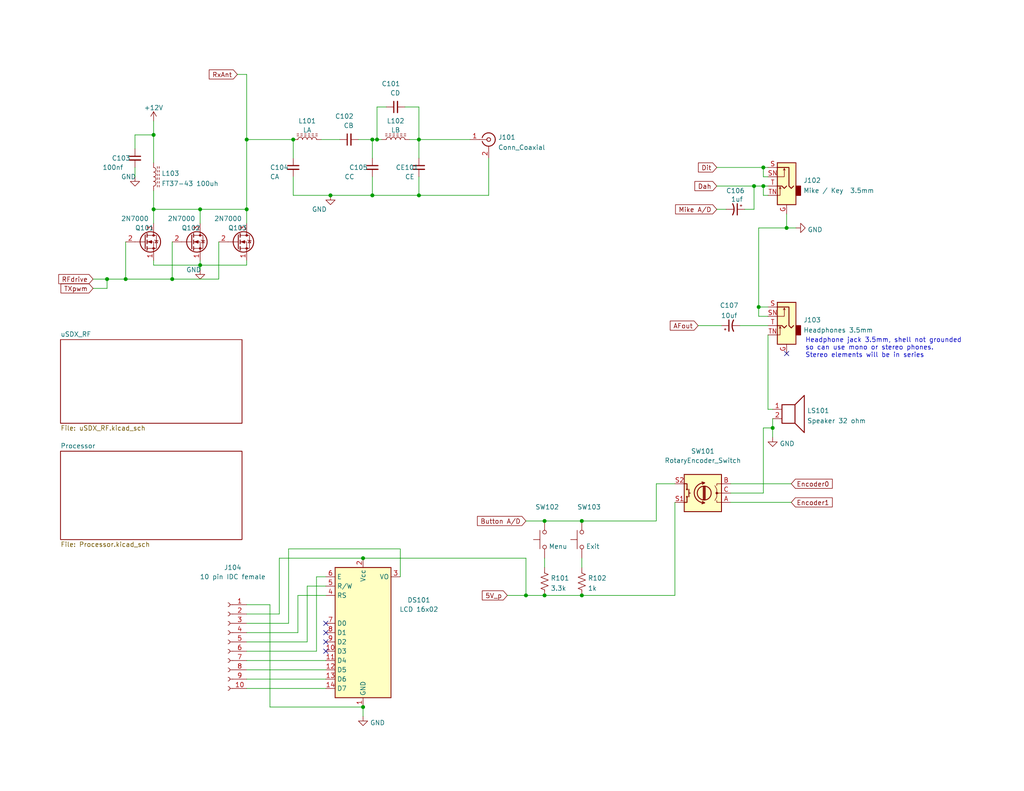
<source format=kicad_sch>
(kicad_sch (version 20211123) (generator eeschema)
  (paper "USLetter")
  (title_block (title "uSDX Transceiver ") (date "2022-01-18") (rev "0.1") (company "WA2MZE") (comment 5 "uSDX Microcontroller circuits"))
  (lib_symbols
    (symbol "Connector:AudioJack2_Ground_Switch"
      (property "Reference" "J" (at 0 11.43 0))
      (property "Value" "AudioJack2_Ground_Switch" (at 0 8.89 0))
      (symbol "AudioJack2_Ground_Switch_0_1"
        (rectangle (start -2.54 -2.54) (end -3.81 0) (stroke (width 0.254)) (fill (type outline)))
        (rectangle (start 2.54 6.35) (end -2.54 -5.08) (stroke (width 0.254)) (fill (type background)))
      )
      (symbol "AudioJack2_Ground_Switch_1_1"
        (polyline (pts (xy 0.635 4.826) (xy 0.889 4.318)))
        (polyline (pts (xy 1.778 -0.254) (xy 2.032 -0.762)))
        (polyline (pts (xy 0 0) (xy 0.635 -0.635) (xy 1.27 0) (xy 2.54 0)) (stroke (width 0.254)))
        (polyline (pts (xy 2.54 -2.54) (xy 1.778 -2.54) (xy 1.778 -0.254) (xy 1.524 -0.762)))
        (polyline (pts (xy 2.54 2.54) (xy 0.635 2.54) (xy 0.635 4.826) (xy 0.381 4.318)))
        (polyline (pts (xy 2.54 5.08) (xy -0.635 5.08) (xy -0.635 0) (xy -1.27 -0.635) (xy -1.905 0)) (stroke (width 0.254)))
        (pin passive line (at 0 -7.62 90) (length 2.54) (name "~") (number "G"))
        (pin passive line (at 5.08 5.08 180) (length 2.54) (name "~") (number "S"))
        (pin passive line (at 5.08 2.54 180) (length 2.54) (name "~") (number "SN"))
        (pin passive line (at 5.08 0 180) (length 2.54) (name "~") (number "T"))
        (pin passive line (at 5.08 -2.54 180) (length 2.54) (name "~") (number "TN"))
      )
    )
    (symbol "Connector:Conn_01x10_Female" (pin_names (offset 1.016) hide)
      (property "Reference" "J" (at 0 12.7 0))
      (property "Value" "Conn_01x10_Female" (at 0 -15.24 0))
      (symbol "Conn_01x10_Female_1_1"
        (arc (start 0 -12.192) (mid -0.508 -12.7) (end 0 -13.208) (stroke (width 0.1524)))
        (arc (start 0 -9.652) (mid -0.508 -10.16) (end 0 -10.668) (stroke (width 0.1524)))
        (arc (start 0 -7.112) (mid -0.508 -7.62) (end 0 -8.128) (stroke (width 0.1524)))
        (arc (start 0 -4.572) (mid -0.508 -5.08) (end 0 -5.588) (stroke (width 0.1524)))
        (arc (start 0 -2.032) (mid -0.508 -2.54) (end 0 -3.048) (stroke (width 0.1524)))
        (polyline (pts (xy -1.27 -12.7) (xy -0.508 -12.7)) (stroke (width 0.1524)))
        (polyline (pts (xy -1.27 -10.16) (xy -0.508 -10.16)) (stroke (width 0.1524)))
        (polyline (pts (xy -1.27 -7.62) (xy -0.508 -7.62)) (stroke (width 0.1524)))
        (polyline (pts (xy -1.27 -5.08) (xy -0.508 -5.08)) (stroke (width 0.1524)))
        (polyline (pts (xy -1.27 -2.54) (xy -0.508 -2.54)) (stroke (width 0.1524)))
        (polyline (pts (xy -1.27 0) (xy -0.508 0)) (stroke (width 0.1524)))
        (polyline (pts (xy -1.27 2.54) (xy -0.508 2.54)) (stroke (width 0.1524)))
        (polyline (pts (xy -1.27 5.08) (xy -0.508 5.08)) (stroke (width 0.1524)))
        (polyline (pts (xy -1.27 7.62) (xy -0.508 7.62)) (stroke (width 0.1524)))
        (polyline (pts (xy -1.27 10.16) (xy -0.508 10.16)) (stroke (width 0.1524)))
        (arc (start 0 0.508) (mid -0.508 0) (end 0 -0.508) (stroke (width 0.1524)))
        (arc (start 0 3.048) (mid -0.508 2.54) (end 0 2.032) (stroke (width 0.1524)))
        (arc (start 0 5.588) (mid -0.508 5.08) (end 0 4.572) (stroke (width 0.1524)))
        (arc (start 0 8.128) (mid -0.508 7.62) (end 0 7.112) (stroke (width 0.1524)))
        (arc (start 0 10.668) (mid -0.508 10.16) (end 0 9.652) (stroke (width 0.1524)))
        (pin passive line (at -5.08 10.16 0) (length 3.81) (name "Pin_1") (number "1"))
        (pin passive line (at -5.08 -12.7 0) (length 3.81) (name "Pin_10") (number "10"))
        (pin passive line (at -5.08 7.62 0) (length 3.81) (name "Pin_2") (number "2"))
        (pin passive line (at -5.08 5.08 0) (length 3.81) (name "Pin_3") (number "3"))
        (pin passive line (at -5.08 2.54 0) (length 3.81) (name "Pin_4") (number "4"))
        (pin passive line (at -5.08 0 0) (length 3.81) (name "Pin_5") (number "5"))
        (pin passive line (at -5.08 -2.54 0) (length 3.81) (name "Pin_6") (number "6"))
        (pin passive line (at -5.08 -5.08 0) (length 3.81) (name "Pin_7") (number "7"))
        (pin passive line (at -5.08 -7.62 0) (length 3.81) (name "Pin_8") (number "8"))
        (pin passive line (at -5.08 -10.16 0) (length 3.81) (name "Pin_9") (number "9"))
      )
    )
    (symbol "Connector:Conn_Coaxial" (pin_names (offset 1.016) hide)
      (property "Reference" "J" (at 0.254 3.048 0))
      (property "Value" "Conn_Coaxial" (at 2.921 0 90))
      (symbol "Conn_Coaxial_0_1"
        (arc (start -1.778 -0.508) (mid 0.222 -1.808) (end 1.778 0) (stroke (width 0.254)))
        (polyline (pts (xy -2.54 0) (xy -0.508 0)))
        (polyline (pts (xy 0 -2.54) (xy 0 -1.778)))
        (circle (center 0 0) (radius 0.508) (stroke (width 0.2032)))
        (arc (start 1.778 0) (mid 0.2221 1.8083) (end -1.778 0.508) (stroke (width 0.254)))
      )
      (symbol "Conn_Coaxial_1_1"
        (pin passive line (at -5.08 0 0) (length 2.54) (name "In") (number "1"))
        (pin passive line (at 0 -5.08 90) (length 2.54) (name "Ext") (number "2"))
      )
    )
    (symbol "Device:C_Polarized_Small_US" (pin_numbers hide) (pin_names (offset 0.254) hide)
      (property "Reference" "C" (at 0.254 1.778 0))
      (property "Value" "C_Polarized_Small_US" (at 0.254 -2.032 0))
      (symbol "C_Polarized_Small_US_0_1"
        (polyline (pts (xy -1.524 0.508) (xy 1.524 0.508)) (stroke (width 0.3048)))
        (polyline (pts (xy -1.27 1.524) (xy -0.762 1.524)))
        (polyline (pts (xy -1.016 1.27) (xy -1.016 1.778)))
        (arc (start 1.524 -0.762) (mid 0 -0.3734) (end -1.524 -0.762) (stroke (width 0.3048)))
      )
      (symbol "C_Polarized_Small_US_1_1"
        (pin passive line (at 0 2.54 270) (length 2.032) (name "~") (number "1"))
        (pin passive line (at 0 -2.54 90) (length 2.032) (name "~") (number "2"))
      )
    )
    (symbol "Device:C_Small" (pin_numbers hide) (pin_names (offset 0.254) hide)
      (property "Reference" "C" (at 0.254 1.778 0))
      (property "Value" "C_Small" (at 0.254 -2.032 0))
      (symbol "C_Small_0_1"
        (polyline (pts (xy -1.524 -0.508) (xy 1.524 -0.508)) (stroke (width 0.3302)))
        (polyline (pts (xy -1.524 0.508) (xy 1.524 0.508)) (stroke (width 0.3048)))
      )
      (symbol "C_Small_1_1"
        (pin passive line (at 0 2.54 270) (length 2.032) (name "~") (number "1"))
        (pin passive line (at 0 -2.54 90) (length 2.032) (name "~") (number "2"))
      )
    )
    (symbol "Device:L_Ferrite" (pin_numbers hide) (pin_names (offset 1.016) hide)
      (property "Reference" "L" (at -1.27 0 90))
      (property "Value" "L_Ferrite" (at 2.794 0 90))
      (symbol "L_Ferrite_0_1"
        (arc (start 0 -2.54) (mid 0.635 -1.905) (end 0 -1.27))
        (arc (start 0 -1.27) (mid 0.635 -0.635) (end 0 0))
        (polyline (pts (xy 1.016 -2.794) (xy 1.016 -2.286)))
        (polyline (pts (xy 1.016 -1.778) (xy 1.016 -1.27)))
        (polyline (pts (xy 1.016 -0.762) (xy 1.016 -0.254)))
        (polyline (pts (xy 1.016 0.254) (xy 1.016 0.762)))
        (polyline (pts (xy 1.016 1.27) (xy 1.016 1.778)))
        (polyline (pts (xy 1.016 2.286) (xy 1.016 2.794)))
        (polyline (pts (xy 1.524 -2.286) (xy 1.524 -2.794)))
        (polyline (pts (xy 1.524 -1.27) (xy 1.524 -1.778)))
        (polyline (pts (xy 1.524 -0.254) (xy 1.524 -0.762)))
        (polyline (pts (xy 1.524 0.762) (xy 1.524 0.254)))
        (polyline (pts (xy 1.524 1.778) (xy 1.524 1.27)))
        (polyline (pts (xy 1.524 2.794) (xy 1.524 2.286)))
        (arc (start 0 0) (mid 0.635 0.635) (end 0 1.27))
        (arc (start 0 1.27) (mid 0.635 1.905) (end 0 2.54))
      )
      (symbol "L_Ferrite_1_1"
        (pin passive line (at 0 3.81 270) (length 1.27) (name "1") (number "1"))
        (pin passive line (at 0 -3.81 90) (length 1.27) (name "2") (number "2"))
      )
    )
    (symbol "Device:R_US" (pin_numbers hide) (pin_names (offset 0))
      (property "Reference" "R" (at 2.54 0 90))
      (property "Value" "R_US" (at -2.54 0 90))
      (symbol "R_US_0_1"
        (polyline (pts (xy 0 -2.286) (xy 0 -2.54)))
        (polyline (pts (xy 0 2.286) (xy 0 2.54)))
        (polyline (pts (xy 0 -0.762) (xy 1.016 -1.143) (xy 0 -1.524) (xy -1.016 -1.905) (xy 0 -2.286)))
        (polyline (pts (xy 0 0.762) (xy 1.016 0.381) (xy 0 0) (xy -1.016 -0.381) (xy 0 -0.762)))
        (polyline (pts (xy 0 2.286) (xy 1.016 1.905) (xy 0 1.524) (xy -1.016 1.143) (xy 0 0.762)))
      )
      (symbol "R_US_1_1"
        (pin passive line (at 0 3.81 270) (length 1.27) (name "~") (number "1"))
        (pin passive line (at 0 -3.81 90) (length 1.27) (name "~") (number "2"))
      )
    )
    (symbol "Device:RotaryEncoder_Switch" (pin_names (offset 0.254) hide)
      (property "Reference" "SW" (at 0 6.604 0))
      (property "Value" "RotaryEncoder_Switch" (at 0 -6.604 0))
      (symbol "RotaryEncoder_Switch_0_1"
        (rectangle (start -5.08 5.08) (end 5.08 -5.08) (stroke (width 0.254)) (fill (type background)))
        (circle (center -3.81 0) (radius 0.254) (fill (type outline)))
        (arc (start -0.381 -2.794) (mid 2.3622 -0.0635) (end -0.381 2.667) (stroke (width 0.254)))
        (circle (center -0.381 0) (radius 1.905) (stroke (width 0.254)))
        (polyline (pts (xy -0.635 -1.778) (xy -0.635 1.778)) (stroke (width 0.254)))
        (polyline (pts (xy -0.381 -1.778) (xy -0.381 1.778)) (stroke (width 0.254)))
        (polyline (pts (xy -0.127 1.778) (xy -0.127 -1.778)) (stroke (width 0.254)))
        (polyline (pts (xy 3.81 0) (xy 3.429 0)) (stroke (width 0.254)))
        (polyline (pts (xy 3.81 1.016) (xy 3.81 -1.016)) (stroke (width 0.254)))
        (polyline (pts (xy -5.08 -2.54) (xy -3.81 -2.54) (xy -3.81 -2.032)))
        (polyline (pts (xy -5.08 2.54) (xy -3.81 2.54) (xy -3.81 2.032)))
        (polyline (pts (xy 0.254 -3.048) (xy -0.508 -2.794) (xy 0.127 -2.413)) (stroke (width 0.254)))
        (polyline (pts (xy 0.254 2.921) (xy -0.508 2.667) (xy 0.127 2.286)) (stroke (width 0.254)))
        (polyline (pts (xy 5.08 -2.54) (xy 4.318 -2.54) (xy 4.318 -1.016)) (stroke (width 0.254)))
        (polyline (pts (xy 5.08 2.54) (xy 4.318 2.54) (xy 4.318 1.016)) (stroke (width 0.254)))
        (polyline (pts (xy -5.08 0) (xy -3.81 0) (xy -3.81 -1.016) (xy -3.302 -2.032)))
        (polyline (pts (xy -4.318 0) (xy -3.81 0) (xy -3.81 1.016) (xy -3.302 2.032)))
        (circle (center 4.318 -1.016) (radius 0.127) (stroke (width 0.254)))
        (circle (center 4.318 1.016) (radius 0.127) (stroke (width 0.254)))
      )
      (symbol "RotaryEncoder_Switch_1_1"
        (pin passive line (at -7.62 2.54 0) (length 2.54) (name "A") (number "A"))
        (pin passive line (at -7.62 -2.54 0) (length 2.54) (name "B") (number "B"))
        (pin passive line (at -7.62 0 0) (length 2.54) (name "C") (number "C"))
        (pin passive line (at 7.62 2.54 180) (length 2.54) (name "S1") (number "S1"))
        (pin passive line (at 7.62 -2.54 180) (length 2.54) (name "S2") (number "S2"))
      )
    )
    (symbol "Device:Speaker" (pin_names (offset 0) hide)
      (property "Reference" "LS" (at 1.27 5.715 0))
      (property "Value" "Speaker" (at 1.27 3.81 0))
      (symbol "Speaker_0_0"
        (rectangle (start -2.54 1.27) (end 1.016 -3.81) (stroke (width 0.254)))
        (polyline (pts (xy 1.016 1.27) (xy 3.556 3.81) (xy 3.556 -6.35) (xy 1.016 -3.81)) (stroke (width 0.254)))
      )
      (symbol "Speaker_1_1"
        (pin input line (at -5.08 0 0) (length 2.54) (name "1") (number "1"))
        (pin input line (at -5.08 -2.54 0) (length 2.54) (name "2") (number "2"))
      )
    )
    (symbol "Display_Character:WC1602A"
      (property "Reference" "DS?" (at 2.0194 21.7465 0))
      (property "Value" "WC1602A" (at 2.0194 18.9714 0))
      (symbol "WC1602A_1_1"
        (rectangle (start -7.62 17.78) (end 7.62 -17.78) (stroke (width 0.254)) (fill (type background)))
        (pin power_in line (at 0 -20.32 90) (length 2.54) (name "GND") (number "1"))
        (pin input line (at -10.16 -5.08 0) (length 2.54) (name "D3") (number "10"))
        (pin input line (at -10.16 -7.62 0) (length 2.54) (name "D4") (number "11"))
        (pin input line (at -10.16 -10.16 0) (length 2.54) (name "D5") (number "12"))
        (pin input line (at -10.16 -12.7 0) (length 2.54) (name "D6") (number "13"))
        (pin input line (at -10.16 -15.24 0) (length 2.54) (name "D7") (number "14"))
        (pin power_in line (at 0 20.32 270) (length 2.54) (name "Vcc") (number "2"))
        (pin input line (at 10.16 15.24 180) (length 2.54) (name "VO") (number "3"))
        (pin input line (at -10.16 10.16 0) (length 2.54) (name "RS") (number "4"))
        (pin input line (at -10.16 12.7 0) (length 2.54) (name "R/W") (number "5"))
        (pin input line (at -10.16 15.24 0) (length 2.54) (name "E") (number "6"))
        (pin input line (at -10.16 2.54 0) (length 2.54) (name "D0") (number "7"))
        (pin input line (at -10.16 0 0) (length 2.54) (name "D1") (number "8"))
        (pin input line (at -10.16 -2.54 0) (length 2.54) (name "D2") (number "9"))
      )
    )
    (symbol "Switch:SW_Push" (pin_numbers hide) (pin_names (offset 1.016) hide)
      (property "Reference" "SW" (at 1.27 2.54 0))
      (property "Value" "SW_Push" (at 0 -1.524 0))
      (symbol "SW_Push_0_1"
        (circle (center -2.032 0) (radius 0.508))
        (polyline (pts (xy 0 1.27) (xy 0 3.048)))
        (polyline (pts (xy 2.54 1.27) (xy -2.54 1.27)))
        (circle (center 2.032 0) (radius 0.508))
        (pin passive line (at -5.08 0 0) (length 2.54) (name "1") (number "1"))
        (pin passive line (at 5.08 0 180) (length 2.54) (name "2") (number "2"))
      )
    )
    (symbol "Transistor_FET:2N7000" (pin_names hide)
      (property "Reference" "Q" (at 5.08 1.905 0))
      (property "Value" "2N7000" (at 5.08 0 0))
      (symbol "2N7000_0_1"
        (polyline (pts (xy 0.254 0) (xy -2.54 0)))
        (polyline (pts (xy 0.254 1.905) (xy 0.254 -1.905)) (stroke (width 0.254)))
        (polyline (pts (xy 0.762 -1.27) (xy 0.762 -2.286)) (stroke (width 0.254)))
        (polyline (pts (xy 0.762 0.508) (xy 0.762 -0.508)) (stroke (width 0.254)))
        (polyline (pts (xy 0.762 2.286) (xy 0.762 1.27)) (stroke (width 0.254)))
        (polyline (pts (xy 2.54 2.54) (xy 2.54 1.778)))
        (polyline (pts (xy 2.54 -2.54) (xy 2.54 0) (xy 0.762 0)))
        (polyline (pts (xy 0.762 -1.778) (xy 3.302 -1.778) (xy 3.302 1.778) (xy 0.762 1.778)))
        (polyline (pts (xy 1.016 0) (xy 2.032 0.381) (xy 2.032 -0.381) (xy 1.016 0)) (fill (type outline)))
        (polyline (pts (xy 2.794 0.508) (xy 2.921 0.381) (xy 3.683 0.381) (xy 3.81 0.254)))
        (polyline (pts (xy 3.302 0.381) (xy 2.921 -0.254) (xy 3.683 -0.254) (xy 3.302 0.381)))
        (circle (center 1.651 0) (radius 2.794) (stroke (width 0.254)))
        (circle (center 2.54 -1.778) (radius 0.254) (fill (type outline)))
        (circle (center 2.54 1.778) (radius 0.254) (fill (type outline)))
      )
      (symbol "2N7000_1_1"
        (pin passive line (at 2.54 -5.08 90) (length 2.54) (name "S") (number "1"))
        (pin input line (at -5.08 0 0) (length 2.54) (name "G") (number "2"))
        (pin passive line (at 2.54 5.08 270) (length 2.54) (name "D") (number "3"))
      )
    )
    (symbol "power:+12V" (power) (pin_names (offset 0))
      (property "Value" "+12V" (at 0 3.556 0))
      (symbol "+12V_0_1"
        (polyline (pts (xy -0.762 1.27) (xy 0 2.54)))
        (polyline (pts (xy 0 0) (xy 0 2.54)))
        (polyline (pts (xy 0 2.54) (xy 0.762 1.27)))
      )
      (symbol "+12V_1_1"
        (pin power_in line (at 0 0 90) (length 0) hide (name "+12V") (number "1"))
      )
    )
    (symbol "power:GND" (power) (pin_names (offset 0))
      (property "Value" "GND" (at 0 -3.81 0))
      (symbol "GND_0_1"
        (polyline (pts (xy 0 0) (xy 0 -1.27) (xy 1.27 -1.27) (xy 0 -2.54) (xy -1.27 -1.27) (xy 0 -1.27)))
      )
      (symbol "GND_1_1"
        (pin power_in line (at 0 0 270) (length 0) hide (name "GND") (number "1"))
      )
    )
  )
  (junction (at 210.82 116.84))
  (junction (at 99.06 193.04))
  (junction (at 54.61 57.15))
  (junction (at 54.61 72.39))
  (junction (at 214.63 62.23))
  (junction (at 90.17 53.34))
  (junction (at 34.29 76.2))
  (junction (at 99.06 152.4))
  (junction (at 208.28 45.72))
  (junction (at 208.28 50.8))
  (junction (at 205.74 50.8))
  (junction (at 41.91 36.83))
  (junction (at 158.75 142.24))
  (junction (at 143.51 162.56))
  (junction (at 207.01 83.82))
  (junction (at 101.6 38.1))
  (junction (at 148.59 142.24))
  (junction (at 46.99 76.2))
  (junction (at 80.01 38.1))
  (junction (at 148.59 162.56))
  (junction (at 102.87 38.1))
  (junction (at 114.3 53.34))
  (junction (at 41.91 57.15))
  (junction (at 114.3 38.1))
  (junction (at 67.31 57.15))
  (junction (at 101.6 53.34))
  (junction (at 29.21 76.2))
  (junction (at 158.75 162.56))
  (junction (at 67.31 38.1))
  (no_connect (at 214.63 96.52))
  (no_connect (at 88.9 170.18))
  (no_connect (at 88.9 172.72))
  (no_connect (at 88.9 175.26))
  (no_connect (at 88.9 177.8))
  (wire (pts (xy 133.35 43.18) (xy 133.35 53.34)))
  (wire (pts (xy 29.21 78.74) (xy 29.21 76.2)))
  (wire (pts (xy 41.91 52.07) (xy 41.91 57.15)))
  (wire (pts (xy 67.31 57.15) (xy 54.61 57.15)))
  (wire (pts (xy 114.3 48.26) (xy 114.3 53.34)))
  (wire (pts (xy 59.69 66.04) (xy 59.69 76.2)))
  (wire (pts (xy 105.41 29.21) (xy 102.87 29.21)))
  (wire (pts (xy 80.01 48.26) (xy 80.01 53.34)))
  (wire (pts (xy 148.59 142.24) (xy 143.51 142.24)))
  (wire (pts (xy 207.01 83.82) (xy 207.01 62.23)))
  (wire (pts (xy 25.4 78.74) (xy 29.21 78.74)))
  (wire (pts (xy 148.59 162.56) (xy 158.75 162.56)))
  (wire (pts (xy 158.75 152.4) (xy 158.75 154.94)))
  (wire (pts (xy 83.82 160.02) (xy 88.9 160.02)))
  (wire (pts (xy 101.6 53.34) (xy 90.17 53.34)))
  (wire (pts (xy 102.87 38.1) (xy 104.14 38.1)))
  (wire (pts (xy 148.59 152.4) (xy 148.59 154.94)))
  (wire (pts (xy 209.55 111.76) (xy 210.82 111.76)))
  (wire (pts (xy 214.63 62.23) (xy 217.17 62.23)))
  (wire (pts (xy 67.31 72.39) (xy 54.61 72.39)))
  (wire (pts (xy 195.58 45.72) (xy 208.28 45.72)))
  (wire (pts (xy 210.82 114.3) (xy 210.82 116.84)))
  (wire (pts (xy 80.01 38.1) (xy 80.01 43.18)))
  (wire (pts (xy 179.07 142.24) (xy 158.75 142.24)))
  (wire (pts (xy 83.82 175.26) (xy 83.82 160.02)))
  (wire (pts (xy 73.66 165.1) (xy 73.66 193.04)))
  (wire (pts (xy 205.74 57.15) (xy 205.74 50.8)))
  (wire (pts (xy 143.51 162.56) (xy 148.59 162.56)))
  (wire (pts (xy 64.77 20.32) (xy 67.31 20.32)))
  (wire (pts (xy 46.99 66.04) (xy 46.99 76.2)))
  (wire (pts (xy 36.83 45.72) (xy 36.83 48.26)))
  (wire (pts (xy 67.31 165.1) (xy 73.66 165.1)))
  (wire (pts (xy 41.91 36.83) (xy 41.91 44.45)))
  (wire (pts (xy 97.79 38.1) (xy 101.6 38.1)))
  (wire (pts (xy 41.91 57.15) (xy 41.91 60.96)))
  (wire (pts (xy 209.55 86.36) (xy 207.01 86.36)))
  (wire (pts (xy 184.15 162.56) (xy 184.15 137.16)))
  (wire (pts (xy 101.6 38.1) (xy 101.6 43.18)))
  (wire (pts (xy 133.35 53.34) (xy 114.3 53.34)))
  (wire (pts (xy 67.31 170.18) (xy 78.74 170.18)))
  (wire (pts (xy 201.93 88.9) (xy 209.55 88.9)))
  (wire (pts (xy 67.31 182.88) (xy 88.9 182.88)))
  (wire (pts (xy 67.31 57.15) (xy 67.31 38.1)))
  (wire (pts (xy 36.83 36.83) (xy 41.91 36.83)))
  (wire (pts (xy 101.6 48.26) (xy 101.6 53.34)))
  (wire (pts (xy 67.31 20.32) (xy 67.31 38.1)))
  (wire (pts (xy 209.55 91.44) (xy 209.55 111.76)))
  (wire (pts (xy 114.3 53.34) (xy 101.6 53.34)))
  (wire (pts (xy 195.58 57.15) (xy 198.12 57.15)))
  (wire (pts (xy 101.6 38.1) (xy 102.87 38.1)))
  (wire (pts (xy 76.2 152.4) (xy 99.06 152.4)))
  (wire (pts (xy 111.76 38.1) (xy 114.3 38.1)))
  (wire (pts (xy 179.07 132.08) (xy 179.07 142.24)))
  (wire (pts (xy 34.29 66.04) (xy 34.29 76.2)))
  (wire (pts (xy 67.31 180.34) (xy 88.9 180.34)))
  (wire (pts (xy 67.31 187.96) (xy 88.9 187.96)))
  (wire (pts (xy 190.5 88.9) (xy 196.85 88.9)))
  (wire (pts (xy 81.28 172.72) (xy 81.28 162.56)))
  (wire (pts (xy 67.31 175.26) (xy 83.82 175.26)))
  (wire (pts (xy 67.31 177.8) (xy 86.36 177.8)))
  (wire (pts (xy 41.91 71.12) (xy 41.91 72.39)))
  (wire (pts (xy 114.3 38.1) (xy 114.3 43.18)))
  (wire (pts (xy 87.63 38.1) (xy 92.71 38.1)))
  (wire (pts (xy 59.69 76.2) (xy 46.99 76.2)))
  (wire (pts (xy 158.75 162.56) (xy 184.15 162.56)))
  (wire (pts (xy 99.06 193.04) (xy 99.06 195.58)))
  (wire (pts (xy 205.74 50.8) (xy 208.28 50.8)))
  (wire (pts (xy 158.75 142.24) (xy 148.59 142.24)))
  (wire (pts (xy 199.39 134.62) (xy 208.28 134.62)))
  (wire (pts (xy 208.28 53.34) (xy 208.28 50.8)))
  (wire (pts (xy 54.61 71.12) (xy 54.61 72.39)))
  (wire (pts (xy 78.74 149.86) (xy 109.22 149.86)))
  (wire (pts (xy 203.2 57.15) (xy 205.74 57.15)))
  (wire (pts (xy 67.31 71.12) (xy 67.31 72.39)))
  (wire (pts (xy 41.91 33.02) (xy 41.91 36.83)))
  (wire (pts (xy 67.31 172.72) (xy 81.28 172.72)))
  (wire (pts (xy 67.31 38.1) (xy 80.01 38.1)))
  (wire (pts (xy 76.2 167.64) (xy 76.2 152.4)))
  (wire (pts (xy 199.39 137.16) (xy 215.9 137.16)))
  (wire (pts (xy 110.49 29.21) (xy 114.3 29.21)))
  (wire (pts (xy 54.61 60.96) (xy 54.61 57.15)))
  (wire (pts (xy 67.31 60.96) (xy 67.31 57.15)))
  (wire (pts (xy 34.29 76.2) (xy 29.21 76.2)))
  (wire (pts (xy 208.28 116.84) (xy 210.82 116.84)))
  (wire (pts (xy 207.01 86.36) (xy 207.01 83.82)))
  (wire (pts (xy 67.31 185.42) (xy 88.9 185.42)))
  (wire (pts (xy 73.66 193.04) (xy 99.06 193.04)))
  (wire (pts (xy 199.39 132.08) (xy 215.9 132.08)))
  (wire (pts (xy 208.28 45.72) (xy 209.55 45.72)))
  (wire (pts (xy 41.91 72.39) (xy 54.61 72.39)))
  (wire (pts (xy 208.28 48.26) (xy 208.28 45.72)))
  (wire (pts (xy 86.36 157.48) (xy 88.9 157.48)))
  (wire (pts (xy 209.55 53.34) (xy 208.28 53.34)))
  (wire (pts (xy 214.63 58.42) (xy 214.63 62.23)))
  (wire (pts (xy 54.61 57.15) (xy 41.91 57.15)))
  (wire (pts (xy 143.51 152.4) (xy 143.51 162.56)))
  (wire (pts (xy 138.43 162.56) (xy 143.51 162.56)))
  (wire (pts (xy 195.58 50.8) (xy 205.74 50.8)))
  (wire (pts (xy 207.01 83.82) (xy 209.55 83.82)))
  (wire (pts (xy 86.36 177.8) (xy 86.36 157.48)))
  (wire (pts (xy 102.87 29.21) (xy 102.87 38.1)))
  (wire (pts (xy 207.01 62.23) (xy 214.63 62.23)))
  (wire (pts (xy 46.99 76.2) (xy 34.29 76.2)))
  (wire (pts (xy 210.82 116.84) (xy 210.82 119.38)))
  (wire (pts (xy 208.28 50.8) (xy 209.55 50.8)))
  (wire (pts (xy 67.31 167.64) (xy 76.2 167.64)))
  (wire (pts (xy 208.28 134.62) (xy 208.28 116.84)))
  (wire (pts (xy 99.06 152.4) (xy 143.51 152.4)))
  (wire (pts (xy 80.01 53.34) (xy 90.17 53.34)))
  (wire (pts (xy 78.74 170.18) (xy 78.74 149.86)))
  (wire (pts (xy 109.22 149.86) (xy 109.22 157.48)))
  (wire (pts (xy 54.61 72.39) (xy 54.61 73.66)))
  (wire (pts (xy 81.28 162.56) (xy 88.9 162.56)))
  (wire (pts (xy 114.3 29.21) (xy 114.3 38.1)))
  (wire (pts (xy 184.15 132.08) (xy 179.07 132.08)))
  (wire (pts (xy 29.21 76.2) (xy 25.4 76.2)))
  (wire (pts (xy 114.3 38.1) (xy 128.27 38.1)))
  (wire (pts (xy 209.55 48.26) (xy 208.28 48.26)))
  (wire (pts (xy 36.83 40.64) (xy 36.83 36.83)))
  (text "Headphone jack 3.5mm, shell not grounded\nso can use mono or stereo phones.\nStereo elements will be in series\n" (at 219.71 97.79 0) (effects (font (size 1.27 1.27)) (justify left bottom)))
  (global_label "Dah" (shape input) (at 195.58 50.8 180) (property "Intersheet References" "${INTERSHEET_REFS}" (effects hide)))
  (global_label "Mike A{slash}D" (shape input) (at 195.58 57.15 180) (property "Intersheet References" "${INTERSHEET_REFS}" (effects hide)))
  (global_label "5V_p" (shape input) (at 138.43 162.56 180) (property "Intersheet References" "${INTERSHEET_REFS}" (effects hide)))
  (global_label "Encoder1" (shape input) (at 215.9 137.16 0) (property "Intersheet References" "${INTERSHEET_REFS}" (effects hide)))
  (global_label "Dit" (shape input) (at 195.58 45.72 180) (property "Intersheet References" "${INTERSHEET_REFS}" (effects hide)))
  (global_label "Encoder0" (shape input) (at 215.9 132.08 0) (property "Intersheet References" "${INTERSHEET_REFS}" (effects hide)))
  (global_label "RFdrive" (shape input) (at 25.4 76.2 180) (property "Intersheet References" "${INTERSHEET_REFS}" (effects hide)))
  (global_label "Button A{slash}D" (shape input) (at 143.51 142.24 180) (property "Intersheet References" "${INTERSHEET_REFS}" (effects hide)))
  (global_label "AFout" (shape input) (at 190.5 88.9 180) (property "Intersheet References" "${INTERSHEET_REFS}" (effects hide)))
  (global_label "RxAnt" (shape input) (at 64.77 20.32 180) (property "Intersheet References" "${INTERSHEET_REFS}" (effects hide)))
  (global_label "TXpwm" (shape input) (at 25.4 78.74 180) (property "Intersheet References" "${INTERSHEET_REFS}" (effects hide)))
  (symbol (lib_id "Connector:AudioJack2_Ground_Switch") (at 214.63 88.9 0) (mirror y) (unit 1)
    (property "Reference" "J103" (at 219.202 87.3565 0) (effects (justify right)))
    (property "Value" "Headphones 3.5mm" (at 219.202 90.1316 0) (effects (justify right)))
  )
  (symbol (lib_id "Display_Character:WC1602A") (at 99.06 172.72 0) (unit 1)
    (property "Reference" "DS101" (at 114.3 163.83 0))
    (property "Value" "LCD 16x02" (at 114.3 166.37 0))
    (property "Footprint" "Display:WC1602A" (effects hide))
    (property "Datasheet" "http://www.wincomlcd.com/pdf/WC1602A-SFYLYHTC06.pdf" (effects hide))
  )
  (symbol (lib_id "power:GND") (at 217.17 62.23 90) (unit 1)
    (property "Reference" "#PWR0104" (effects hide))
    (property "Value" "GND" (at 220.345 62.709 90) (effects (justify right)))
  )
  (symbol (lib_id "power:GND") (at 210.82 119.38 0) (unit 1)
    (property "Reference" "#PWR0106" (effects hide))
    (property "Value" "GND" (at 212.725 121.129 0) (effects (justify left)))
  )
  (symbol (lib_id "Device:L_Ferrite") (at 41.91 48.26 0) (unit 1)
    (property "Reference" "L103" (at 44.069 47.3515 0) (effects (justify left)))
    (property "Value" "FT37-43 100uh" (at 44.069 50.1266 0) (effects (justify left)))
  )
  (symbol (lib_id "power:GND") (at 54.61 73.66 0) (unit 1)
    (property "Reference" "#PWR0105" (effects hide))
    (property "Value" "GND" (at 50.8 73.66 0) (effects (justify left)))
  )
  (symbol (lib_id "Device:C_Small") (at 95.25 38.1 90) (unit 1)
    (property "Reference" "C102" (at 96.52 31.75 90) (effects (justify left)))
    (property "Value" "CB" (at 96.52 34.29 90) (effects (justify left)))
  )
  (symbol (lib_id "Device:L_Ferrite") (at 107.95 38.1 90) (unit 1)
    (property "Reference" "L102" (at 107.95 33.02 90))
    (property "Value" "LB" (at 107.95 35.5116 90))
  )
  (symbol (lib_id "Switch:SW_Push") (at 158.75 147.32 90) (unit 1)
    (property "Reference" "SW103" (at 157.48 138.43 90) (effects (justify right)))
    (property "Value" "Exit" (at 159.893 149.1866 90) (effects (justify right)))
  )
  (symbol (lib_id "Device:C_Small") (at 114.3 45.72 0) (unit 1)
    (property "Reference" "CE101" (at 107.95 45.72 0) (effects (justify left)))
    (property "Value" "CE" (at 110.49 48.26 0) (effects (justify left)))
  )
  (symbol (lib_id "Transistor_FET:2N7000") (at 52.07 66.04 0) (unit 1)
    (property "Reference" "Q102" (at 49.53 62.23 0) (effects (justify left)))
    (property "Value" "2N7000" (at 45.72 59.69 0) (effects (justify left)))
    (property "Footprint" "Package_TO_SOT_THT:TO-92_Inline" (effects hide))
    (property "Datasheet" "https://www.onsemi.com/pub/Collateral/NDS7002A-D.PDF" (effects hide))
  )
  (symbol (lib_id "power:GND") (at 99.06 195.58 0) (unit 1)
    (property "Reference" "#PWR0107" (effects hide))
    (property "Value" "GND" (at 100.965 197.329 0) (effects (justify left)))
  )
  (symbol (lib_id "power:GND") (at 90.17 53.34 0) (unit 1)
    (property "Reference" "#PWR0103" (effects hide))
    (property "Value" "GND" (at 85.09 57.15 0) (effects (justify left)))
  )
  (symbol (lib_id "Device:R_US") (at 148.59 158.75 0) (unit 1)
    (property "Reference" "R101" (at 150.241 157.8415 0) (effects (justify left)))
    (property "Value" "3.3k" (at 150.241 160.6166 0) (effects (justify left)))
  )
  (symbol (lib_id "Device:C_Small") (at 107.95 29.21 90) (unit 1)
    (property "Reference" "C101" (at 109.22 22.86 90) (effects (justify left)))
    (property "Value" "CD" (at 109.22 25.4 90) (effects (justify left)))
  )
  (symbol (lib_id "Device:C_Small") (at 80.01 45.72 0) (unit 1)
    (property "Reference" "C104" (at 73.66 45.72 0) (effects (justify left)))
    (property "Value" "CA" (at 73.66 48.26 0) (effects (justify left)))
  )
  (symbol (lib_id "Connector:Conn_01x10_Female") (at 62.23 175.26 0) (mirror y) (unit 1)
    (property "Reference" "J104" (at 63.5 154.94 0))
    (property "Value" "10 pin IDC female" (at 63.5 157.48 0))
  )
  (symbol (lib_id "Connector:Conn_Coaxial") (at 133.35 38.1 0) (unit 1)
    (property "Reference" "J101" (at 135.89 37.4847 0) (effects (justify left)))
    (property "Value" "Conn_Coaxial" (at 135.89 40.2598 0) (effects (justify left)))
    (property "Datasheet" " ~" (effects hide))
  )
  (symbol (lib_id "Transistor_FET:2N7000") (at 64.77 66.04 0) (unit 1)
    (property "Reference" "Q103" (at 62.23 62.23 0) (effects (justify left)))
    (property "Value" "2N7000" (at 58.42 59.69 0) (effects (justify left)))
    (property "Footprint" "Package_TO_SOT_THT:TO-92_Inline" (effects hide))
    (property "Datasheet" "https://www.onsemi.com/pub/Collateral/NDS7002A-D.PDF" (effects hide))
  )
  (symbol (lib_id "Device:C_Polarized_Small_US") (at 199.39 88.9 90) (unit 1)
    (property "Reference" "C107" (at 198.9582 83.3841 90))
    (property "Value" "10uf" (at 198.9582 86.1592 90))
  )
  (symbol (lib_id "Device:R_US") (at 158.75 158.75 0) (unit 1)
    (property "Reference" "R102" (at 160.401 157.8415 0) (effects (justify left)))
    (property "Value" "1k" (at 160.401 160.6166 0) (effects (justify left)))
  )
  (symbol (lib_id "Device:C_Small") (at 101.6 45.72 0) (unit 1)
    (property "Reference" "C105" (at 95.25 45.72 0) (effects (justify left)))
    (property "Value" "CC" (at 93.98 48.26 0) (effects (justify left)))
  )
  (symbol (lib_id "power:+12V") (at 41.91 33.02 0) (unit 1)
    (property "Reference" "#PWR0101" (effects hide))
    (property "Value" "+12V" (at 41.91 29.4155 0))
  )
  (symbol (lib_id "Device:RotaryEncoder_Switch") (at 191.77 134.62 180) (unit 1)
    (property "Reference" "SW101" (at 191.77 123.19 0))
    (property "Value" "RotaryEncoder_Switch" (at 191.77 125.73 0))
  )
  (symbol (lib_id "Transistor_FET:2N7000") (at 39.37 66.04 0) (unit 1)
    (property "Reference" "Q101" (at 36.83 62.23 0) (effects (justify left)))
    (property "Value" "2N7000" (at 33.02 59.69 0) (effects (justify left)))
    (property "Footprint" "Package_TO_SOT_THT:TO-92_Inline" (effects hide))
    (property "Datasheet" "https://www.onsemi.com/pub/Collateral/NDS7002A-D.PDF" (effects hide))
  )
  (symbol (lib_id "Device:L_Ferrite") (at 83.82 38.1 90) (unit 1)
    (property "Reference" "L101" (at 83.82 33.02 90))
    (property "Value" "LA" (at 83.82 35.5116 90))
  )
  (symbol (lib_id "Device:C_Small") (at 36.83 43.18 0) (unit 1)
    (property "Reference" "C103" (at 30.48 43.18 0) (effects (justify left)))
    (property "Value" "100nf" (at 27.94 45.72 0) (effects (justify left)))
  )
  (symbol (lib_id "power:GND") (at 36.83 48.26 0) (unit 1)
    (property "Reference" "#PWR0102" (effects hide))
    (property "Value" "GND" (at 33.02 48.26 0) (effects (justify left)))
  )
  (symbol (lib_id "Device:C_Polarized_Small_US") (at 200.66 57.15 270) (unit 1)
    (property "Reference" "C106" (at 200.66 52.07 90))
    (property "Value" "1uf" (at 201.0918 54.4092 90))
  )
  (symbol (lib_id "Connector:AudioJack2_Ground_Switch") (at 214.63 50.8 0) (mirror y) (unit 1)
    (property "Reference" "J102" (at 219.202 49.2565 0) (effects (justify right)))
    (property "Value" "Mike / Key  3.5mm" (at 219.202 52.0316 0) (effects (justify right)))
  )
  (symbol (lib_id "Device:Speaker") (at 215.9 111.76 0) (unit 1)
    (property "Reference" "LS101" (at 220.218 112.1215 0) (effects (justify left)))
    (property "Value" "Speaker 32 ohm" (at 220.218 114.8966 0) (effects (justify left)))
  )
  (symbol (lib_id "Switch:SW_Push") (at 148.59 147.32 90) (unit 1)
    (property "Reference" "SW102" (at 146.05 138.43 90) (effects (justify right)))
    (property "Value" "Menu" (at 149.733 149.1866 90) (effects (justify right)))
  )
  (sheet (at 16.51 92.71) (size 49.53 22.86) (stroke (width 0.1524))
    (property "Sheet name" "uSDX_RF" (at 16.51 91.9984 0) (effects (justify left bottom)))
    (property "Sheet file" "uSDX_RF.kicad_sch" (at 16.51 116.1546 0) (effects (justify left top)))
  )
  (sheet (at 16.51 123.19) (size 49.53 24.13) (stroke (width 0.1524))
    (property "Sheet name" "Processor" (at 16.51 122.4784 0) (effects (justify left bottom)))
    (property "Sheet file" "Processor.kicad_sch" (at 16.51 147.9046 0) (effects (justify left top)))
  )
)
</source>
